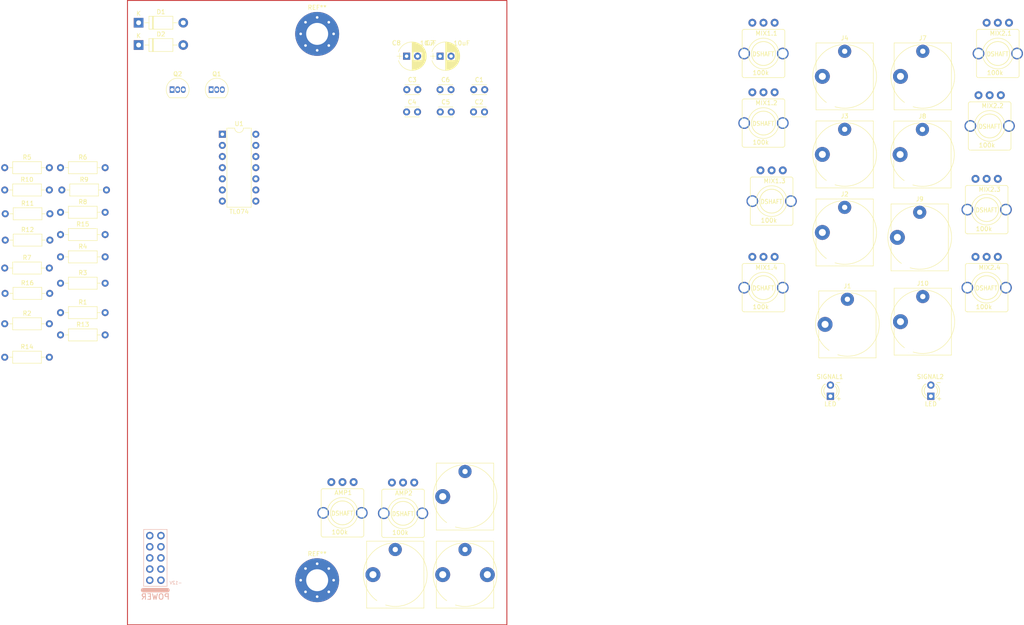
<source format=kicad_pcb>
(kicad_pcb (version 20221018) (generator pcbnew)
  (layers (0 "F.Cu" signal) (31 "B.Cu" signal) (34 "B.Paste" user) (35 "F.Paste" user) (36 "B.SilkS" user "B.Silkscreen") (37 "F.SilkS" user "F.Silkscreen") (38 "B.Mask" user) (39 "F.Mask" user) (44 "Edge.Cuts" user))
  (net 0 "")
  (net 1 "Net-(U1A--)")
  (net 2 "Net-(AMP1-Pad2)")
  (net 3 "Net-(U1B--)")
  (net 4 "Net-(D1-A)")
  (net 5 "GND")
  (net 6 "+10")
  (net 7 "-12")
  (net 8 "Net-(U1C--)")
  (net 9 "Net-(AMP2-Pad2)")
  (net 10 "Net-(U1D--)")
  (net 11 "Net-(D2-A)")
  (net 12 "Net-(D1-K)")
  (net 13 "Net-(D2-K)")
  (net 14 "Net-(Q1-E)")
  (net 15 "Net-(Q1-B)")
  (net 16 "Net-(Q1-C)")
  (net 17 "Net-(Q2-E)")
  (net 18 "Net-(Q2-B)")
  (net 19 "Net-(Q2-C)")
  (net 20 "+5V")
  (net 21 "Net-(MIX1.1-Pad2)")
  (net 22 "Net-(MIX1.2-Pad2)")
  (net 23 "Net-(MIX1.3-Pad2)")
  (net 24 "Net-(MIX1.4-Pad2)")
  (net 25 "Net-(J4-PadT)")
  (net 28 "Net-(J3-PadT)")
  (net 29 "Net-(J2-PadT)")
  (net 30 "Net-(J1-PadT)")
  (net 31 "Net-(J7-PadT)")
  (net 32 "Net-(J8-PadT)")
  (net 33 "Net-(J9-PadT)")
  (net 34 "Net-(J10-PadT)")
  (net 35 "Net-(MIX2.1-Pad2)")
  (net 36 "Net-(MIX2.2-Pad2)")
  (net 37 "Net-(MIX2.3-Pad2)")
  (net 38 "Net-(MIX2.4-Pad2)")
  (footprint "Connector_Audio:Jack_6.35mm_Neutrik_NJ2FD-V_Vertical" (layer "F.Cu") (at 211.52 36.98)
    (fp_text reference "J4" (at 0 -3) (layer "F.SilkS"))
    (fp_text value "In 1.1")
    (pad "" np_thru_hole circle (at -3.18 12.07 180) (size 1.6 1.6) (drill 1.6) (layers "*.Cu" "*.Mask"))
    (pad "" np_thru_hole circle (at 3.81 1.91 180) (size 2.1 2.1) (drill 2.1) (layers "*.Cu" "*.Mask"))
    (pad "S" thru_hole circle (at -5.08 5.72 180) (size 3.4 3.4) (drill 1.6) (layers "*.Cu" "*.Mask") (net 5 "GND"))
    (pad "T" thru_hole circle (at 0 0 180) (size 3 3) (drill 1.2) (layers "*.Cu" "*.Mask") (net 25 "Net-(J4-PadT)"))
  )
  (footprint "Resistor_THT:R_Axial_DIN0207_L6.3mm_D2.5mm_P10.16mm_Horizontal" (layer "F.Cu") (at 33.02 73.66)
    (fp_text reference "R8" (at 5.08 -2.37) (layer "F.SilkS"))
    (fp_text value "100k")
    (pad "1" thru_hole circle (at 0 0) (size 1.6 1.6) (drill 0.8) (layers "*.Cu" "*.Mask") (net 24 "Net-(MIX1.4-Pad2)"))
    (pad "2" thru_hole oval (at 10.16 0) (size 1.6 1.6) (drill 0.8) (layers "*.Cu" "*.Mask") (net 1 "Net-(U1A--)"))
  )
  (footprint "PCM_4ms_Capacitor:CP_Radial_P2.5mm" (layer "F.Cu") (at 111.8 38.1)
    (fp_text reference "C8" (at -2.33 -3) (layer "F.SilkS") (effects (font (size 1.016 1.016) (thickness 0.1524))))
    (fp_text value "10uF" (at 4.92 -2.96) (layer "F.SilkS") (effects (font (size 1.016 1.016) (thickness 0.1524))))
    (pad "1" thru_hole rect (at 0 0) (size 1.6 1.6) (drill 0.8) (layers "*.Cu" "*.Mask") (net 5 "GND"))
    (pad "2" thru_hole circle (at 2.5 0) (size 1.6 1.6) (drill 0.8) (layers "*.Cu" "*.Mask") (net 7 "-12"))
  )
  (footprint "Capacitor_THT:C_Disc_D3.0mm_W2.0mm_P2.50mm" (layer "F.Cu") (at 127.04 50.8)
    (fp_text reference "C2" (at 1.25 -2.25) (layer "F.SilkS"))
    (fp_text value "47pF")
    (pad "1" thru_hole circle (at 0 0) (size 1.6 1.6) (drill 0.8) (layers "*.Cu" "*.Mask") (net 3 "Net-(U1B--)"))
    (pad "2" thru_hole circle (at 2.5 0) (size 1.6 1.6) (drill 0.8) (layers "*.Cu" "*.Mask") (net 4 "Net-(D1-A)"))
  )
  (footprint "Connector_Audio:Jack_6.35mm_Neutrik_NJ2FD-V_Vertical" (layer "F.Cu") (at 229.3 92.86)
    (fp_text reference "J10" (at 0 -3) (layer "F.SilkS"))
    (fp_text value "In 2.4")
    (pad "" np_thru_hole circle (at -3.18 12.07 180) (size 1.6 1.6) (drill 1.6) (layers "*.Cu" "*.Mask"))
    (pad "" np_thru_hole circle (at 3.81 1.91 180) (size 2.1 2.1) (drill 2.1) (layers "*.Cu" "*.Mask"))
    (pad "S" thru_hole circle (at -5.08 5.72 180) (size 3.4 3.4) (drill 1.6) (layers "*.Cu" "*.Mask") (net 5 "GND"))
    (pad "T" thru_hole circle (at 0 0 180) (size 3 3) (drill 1.2) (layers "*.Cu" "*.Mask") (net 34 "Net-(J10-PadT)"))
  )
  (footprint "Resistor_THT:R_Axial_DIN0207_L6.3mm_D2.5mm_P10.16mm_Horizontal" (layer "F.Cu") (at 20.32 106.68)
    (fp_text reference "R14" (at 5.08 -2.37) (layer "F.SilkS"))
    (fp_text value "100k")
    (pad "1" thru_hole circle (at 0 0) (size 1.6 1.6) (drill 0.8) (layers "*.Cu" "*.Mask") (net 10 "Net-(U1D--)"))
    (pad "2" thru_hole oval (at 10.16 0) (size 1.6 1.6) (drill 0.8) (layers "*.Cu" "*.Mask") (net 11 "Net-(D2-A)"))
  )
  (footprint "Resistor_THT:R_Axial_DIN0207_L6.3mm_D2.5mm_P10.16mm_Horizontal" (layer "F.Cu") (at 33.32 68.58)
    (fp_text reference "R9" (at 5.08 -2.37) (layer "F.SilkS"))
    (fp_text value "100k")
    (pad "1" thru_hole circle (at 0 0) (size 1.6 1.6) (drill 0.8) (layers "*.Cu" "*.Mask") (net 35 "Net-(MIX2.1-Pad2)"))
    (pad "2" thru_hole oval (at 10.16 0) (size 1.6 1.6) (drill 0.8) (layers "*.Cu" "*.Mask") (net 8 "Net-(U1C--)"))
  )
  (footprint "Resistor_THT:R_Axial_DIN0207_L6.3mm_D2.5mm_P10.16mm_Horizontal" (layer "F.Cu") (at 33.02 63.5)
    (fp_text reference "R6" (at 5.08 -2.37) (layer "F.SilkS"))
    (fp_text value "100k")
    (pad "1" thru_hole circle (at 0 0) (size 1.6 1.6) (drill 0.8) (layers "*.Cu" "*.Mask") (net 22 "Net-(MIX1.2-Pad2)"))
    (pad "2" thru_hole oval locked (at 10.16 0) (size 1.6 1.6) (drill 0.8) (layers "*.Cu" "*.Mask") (net 1 "Net-(U1A--)"))
  )
  (footprint "Connector_Audio:Jack_6.35mm_Neutrik_NJ2FD-V_Vertical" (layer "F.Cu") (at 109.22 150.49)
    (fp_text reference "J5" hide)
    (fp_text value "Out 1")
    (pad "" np_thru_hole circle (at -3.18 12.07 180) (size 1.6 1.6) (drill 1.6) (layers "*.Cu" "*.Mask"))
    (pad "" np_thru_hole circle (at 3.81 1.91 180) (size 2.1 2.1) (drill 2.1) (layers "*.Cu" "*.Mask"))
    (pad "S" thru_hole circle (at -5.08 5.72 180) (size 3.4 3.4) (drill 1.6) (layers "*.Cu" "*.Mask") (net 5 "GND"))
    (pad "T" thru_hole circle (at 0 0 180) (size 3 3) (drill 1.2) (layers "*.Cu" "*.Mask") (net 4 "Net-(D1-A)"))
  )
  (footprint "Package_TO_SOT_THT:TO-92_Inline" (layer "F.Cu") (at 58.42 45.72)
    (fp_text reference "Q2" (at 1.27 -3.56) (layer "F.SilkS"))
    (fp_text value "2N3904")
    (pad "1" thru_hole rect (at 0 0) (size 1.05 1.5) (drill 0.75) (layers "*.Cu" "*.Mask") (net 17 "Net-(Q2-E)"))
    (pad "2" thru_hole oval (at 1.27 0) (size 1.05 1.5) (drill 0.75) (layers "*.Cu" "*.Mask") (net 18 "Net-(Q2-B)"))
    (pad "3" thru_hole oval (at 2.54 0) (size 1.05 1.5) (drill 0.75) (layers "*.Cu" "*.Mask") (net 19 "Net-(Q2-C)"))
  )
  (footprint "Connector_Audio:Jack_6.35mm_Neutrik_NJ3FD-V_Vertical" (layer "F.Cu") (at 125.1 150.49)
    (fp_text reference "J11" hide)
    (fp_text value "Mix Stereo Out")
    (pad "" np_thru_hole circle (at -3.18 12.07 180) (size 1.6 1.6) (drill 1.6) (layers "*.Cu" "*.Mask"))
    (pad "" np_thru_hole circle (at 3.81 1.91 180) (size 2.1 2.1) (drill 2.1) (layers "*.Cu" "*.Mask"))
    (pad "R" thru_hole circle (at 5.08 5.72 180) (size 3.4 3.4) (drill 1.6) (layers "*.Cu" "*.Mask") (net 11 "Net-(D2-A)"))
    (pad "S" thru_hole circle (at -5.08 5.72 180) (size 3.4 3.4) (drill 1.6) (layers "*.Cu" "*.Mask") (net 5 "GND"))
    (pad "T" thru_hole circle (at 0 0 180) (size 3 3) (drill 1.2) (layers "*.Cu" "*.Mask") (net 4 "Net-(D1-A)"))
  )
  (footprint "PCM_4ms_Potentiometer:Pot_9mm_DShaft" (layer "F.Cu") (at 193.040163 90.832243)
    (fp_text reference "MIX1.4" (at -1.905 -4.0132) (layer "F.SilkS") (effects (justify left bottom)))
    (fp_text value "100k" (at -2.56 4.97) (layer "F.SilkS") (effects (justify left bottom)))
    (fp_text user "DSHAFT" (at -0.04 0.12) (layer "F.SilkS") (effects (font (size 1 0.9))))
    (pad "1" thru_hole circle (at 2.539837 -7.012243 270) (size 1.8034 1.8034) (drill 0.889) (layers "*.Cu" "*.Mask") (net 30 "Net-(J1-PadT)"))
    (pad "2" thru_hole circle (at -0.000163 -7.012243 270) (size 1.8034 1.8034) (drill 0.889) (layers "*.Cu" "*.Mask") (net 24 "Net-(MIX1.4-Pad2)"))
    (pad "3" thru_hole circle (at -2.540163 -7.012243 270) (size 1.8034 1.8034) (drill 0.889) (layers "*.Cu" "*.Mask") (net 5 "GND"))
    (pad "4" thru_hole circle (at 4.394037 -0.001843) (size 2.667 2.667) (drill 2.0574) (layers "*.Cu" "*.Mask"))
    (pad "5" thru_hole circle (at -4.394363 -0.001843) (size 2.667 2.667) (drill 2.0574) (layers "*.Cu" "*.Mask"))
  )
  (footprint "PCM_4ms_Potentiometer:Pot_9mm_DShaft" (layer "F.Cu") (at 246.380163 37.492243)
    (fp_text reference "MIX2.1" (at -1.905 -4.0132) (layer "F.SilkS") (effects (justify left bottom)))
    (fp_text value "100k" (at -2.56 4.97) (layer "F.SilkS") (effects (justify left bottom)))
    (fp_text user "DSHAFT" (at -0.04 0.12) (layer "F.SilkS") (effects (font (size 1 0.9))))
    (pad "1" thru_hole circle (at 2.539837 -7.012243 270) (size 1.8034 1.8034) (drill 0.889) (layers "*.Cu" "*.Mask") (net 31 "Net-(J7-PadT)"))
    (pad "2" thru_hole circle (at -0.000163 -7.012243 270) (size 1.8034 1.8034) (drill 0.889) (layers "*.Cu" "*.Mask") (net 35 "Net-(MIX2.1-Pad2)"))
    (pad "3" thru_hole circle (at -2.540163 -7.012243 270) (size 1.8034 1.8034) (drill 0.889) (layers "*.Cu" "*.Mask") (net 5 "GND"))
    (pad "4" thru_hole circle (at 4.394037 -0.001843) (size 2.667 2.667) (drill 2.0574) (layers "*.Cu" "*.Mask"))
    (pad "5" thru_hole circle (at -4.394363 -0.001843) (size 2.667 2.667) (drill 2.0574) (layers "*.Cu" "*.Mask"))
  )
  (footprint "Resistor_THT:R_Axial_DIN0207_L6.3mm_D2.5mm_P10.16mm_Horizontal" (layer "F.Cu") (at 33.02 101.6)
    (fp_text reference "R13" (at 5.08 -2.37) (layer "F.SilkS"))
    (fp_text value "100k")
    (pad "1" thru_hole circle (at 0 0) (size 1.6 1.6) (drill 0.8) (layers "*.Cu" "*.Mask") (net 9 "Net-(AMP2-Pad2)"))
    (pad "2" thru_hole oval (at 10.16 0) (size 1.6 1.6) (drill 0.8) (layers "*.Cu" "*.Mask") (net 10 "Net-(U1D--)"))
  )
  (footprint "Resistor_THT:R_Axial_DIN0207_L6.3mm_D2.5mm_P10.16mm_Horizontal" (layer "F.Cu") (at 20.4 92.14)
    (fp_text reference "R16" (at 5.08 -2.37) (layer "F.SilkS"))
    (fp_text value "10k")
    (pad "1" thru_hole circle (at 0 0) (size 1.6 1.6) (drill 0.8) (layers "*.Cu" "*.Mask") (net 19 "Net-(Q2-C)"))
    (pad "2" thru_hole oval (at 10.16 0) (size 1.6 1.6) (drill 0.8) (layers "*.Cu" "*.Mask") (net 20 "+5V"))
  )
  (footprint "PCM_4ms_Potentiometer:Pot_9mm_DShaft" (layer "F.Cu") (at 194.894363 71.121843)
    (fp_text reference "MIX1.3" (at -1.905 -4.0132) (layer "F.SilkS") (effects (justify left bottom)))
    (fp_text value "100k" (at -2.56 4.97) (layer "F.SilkS") (effects (justify left bottom)))
    (fp_text user "DSHAFT" (at -0.04 0.12) (layer "F.SilkS") (effects (font (size 1 0.9))))
    (pad "1" thru_hole circle (at 2.539837 -7.012243 270) (size 1.8034 1.8034) (drill 0.889) (layers "*.Cu" "*.Mask") (net 29 "Net-(J2-PadT)"))
    (pad "2" thru_hole circle (at -0.000163 -7.012243 270) (size 1.8034 1.8034) (drill 0.889) (layers "*.Cu" "*.Mask") (net 23 "Net-(MIX1.3-Pad2)"))
    (pad "3" thru_hole circle (at -2.540163 -7.012243 270) (size 1.8034 1.8034) (drill 0.889) (layers "*.Cu" "*.Mask") (net 5 "GND"))
    (pad "4" thru_hole circle (at 4.394037 -0.001843) (size 2.667 2.667) (drill 2.0574) (layers "*.Cu" "*.Mask"))
    (pad "5" thru_hole circle (at -4.394363 -0.001843) (size 2.667 2.667) (drill 2.0574) (layers "*.Cu" "*.Mask"))
  )
  (footprint "Diode_THT:D_DO-41_SOD81_P10.16mm_Horizontal" (layer "F.Cu") (at 50.8 30.48)
    (fp_text reference "D1" (at 5.08 -2.47) (layer "F.SilkS"))
    (fp_text value "1N4001")
    (fp_text user "K" (at 0 -2.1) (layer "F.SilkS"))
    (pad "1" thru_hole rect (at 0 0) (size 2.2 2.2) (drill 1.1) (layers "*.Cu" "*.Mask") (net 12 "Net-(D1-K)"))
    (pad "2" thru_hole oval (at 10.16 0) (size 2.2 2.2) (drill 1.1) (layers "*.Cu" "*.Mask") (net 4 "Net-(D1-A)"))
  )
  (footprint "PCM_4ms_Potentiometer:Pot_9mm_DShaft" (layer "F.Cu") (at 110.996699 142.241843)
    (fp_text reference "AMP2" (at -1.905 -4.0132) (layer "F.SilkS") (effects (justify left bottom)))
    (fp_text value "100k" (at -2.56 4.97) (layer "F.SilkS") (effects (justify left bottom)))
    (fp_text user "DSHAFT" (at -0.04 0.12) (layer "F.SilkS") (effects (font (size 1 0.9))))
    (pad "1" thru_hole circle (at 2.539837 -7.012243 270) (size 1.8034 1.8034) (drill 0.889) (layers "*.Cu" "*.Mask") (net 8 "Net-(U1C--)"))
    (pad "2" thru_hole circle (at -0.000163 -7.012243 270) (size 1.8034 1.8034) (drill 0.889) (layers "*.Cu" "*.Mask") (net 9 "Net-(AMP2-Pad2)"))
    (pad "3" thru_hole circle (at -2.540163 -7.012243 270) (size 1.8034 1.8034) (drill 0.889) (layers "*.Cu" "*.Mask"))
    (pad "4" thru_hole circle (at 4.394037 -0.001843) (size 2.667 2.667) (drill 2.0574) (layers "*.Cu" "*.Mask"))
    (pad "5" thru_hole circle (at -4.394363 -0.001843) (size 2.667 2.667) (drill 2.0574) (layers "*.Cu" "*.Mask"))
  )
  (footprint "PCM_4ms_Package_DIP:DIP-14_W7.62mm" (layer "F.Cu") (at 69.86 55.93)
    (fp_text reference "U1" (at 3.81 -2.44) (layer "F.SilkS"))
    (fp_text value "TL074" (at 3.81 17.58) (layer "F.SilkS"))
    (fp_text user "" (at 3.81 7.57) (layer "F.SilkS"))
    (pad "1" thru_hole rect (at 0 -0.05) (size 1.6 1.6) (drill 0.8) (layers "*.Cu" "*.Mask") (net 2 "Net-(AMP1-Pad2)"))
    (pad "2" thru_hole oval (at 0 2.49) (size 1.6 1.6) (drill 0.8) (layers "*.Cu" "*.Mask") (net 1 "Net-(U1A--)"))
    (pad "3" thru_hole oval (at 0 5.03) (size 1.6 1.6) (drill 0.8) (layers "*.Cu" "*.Mask") (net 5 "GND"))
    (pad "4" thru_hole oval (at 0 7.57) (size 1.6 1.6) (drill 0.8) (layers "*.Cu" "*.Mask") (net 6 "+10"))
    (pad "5" thru_hole oval (at 0 10.11) (size 1.6 1.6) (drill 0.8) (layers "*.Cu" "*.Mask") (net 5 "GND"))
    (pad "6" thru_hole oval (at 0 12.65) (size 1.6 1.6) (drill 0.8) (layers "*.Cu" "*.Mask") (net 3 "Net-(U1B--)"))
    (pad "7" thru_hole oval (at 0 15.19) (size 1.6 1.6) (drill 0.8) (layers "*.Cu" "*.Mask") (net 4 "Net-(D1-A)"))
    (pad "8" thru_hole oval (at 7.62 15.19) (size 1.6 1.6) (drill 0.8) (layers "*.Cu" "*.Mask") (net 9 "Net-(AMP2-Pad2)"))
    (pad "9" thru_hole oval (at 7.62 12.65) (size 1.6 1.6) (drill 0.8) (layers "*.Cu" "*.Mask") (net 8 "Net-(U1C--)"))
    (pad "10" thru_hole oval (at 7.62 10.11) (size 1.6 1.6) (drill 0.8) (layers "*.Cu" "*.Mask") (net 5 "GND"))
    (pad "11" thru_hole oval (at 7.62 7.57) (size 1.6 1.6) (drill 0.8) (layers "*.Cu" "*.Mask") (net 7 "-12"))
    (pad "12" thru_hole oval (at 7.62 5.03) (size 1.6 1.6) (drill 0.8) (layers "*.Cu" "*.Mask") (net 5 "GND"))
    (pad "13" thru_hole oval (at 7.62 2.49) (size 1.6 1.6) (drill 0.8) (layers "*.Cu" "*.Mask") (net 10 "Net-(U1D--)"))
    (pad "14" thru_hole oval (at 7.62 -0.05) (size 1.6 1.6) (drill 0.8) (layers "*.Cu" "*.Mask") (net 11 "Net-(D2-A)"))
  )
  (footprint "Resistor_THT:R_Axial_DIN0207_L6.3mm_D2.5mm_P10.16mm_Horizontal" (layer "F.Cu") (at 20.32 68.58)
    (fp_text reference "R10" (at 5.08 -2.37) (layer "F.SilkS"))
    (fp_text value "100k")
    (pad "1" thru_hole circle (at 0 0) (size 1.6 1.6) (drill 0.8) (layers "*.Cu" "*.Mask") (net 36 "Net-(MIX2.2-Pad2)"))
    (pad "2" thru_hole oval (at 10.16 0) (size 1.6 1.6) (drill 0.8) (layers "*.Cu" "*.Mask") (net 8 "Net-(U1C--)"))
  )
  (footprint "MountingHole:MountingHole_5mm_Pad_Via" (layer "F.Cu") (at 91.44 33.02)
    (fp_text reference "REF**" (at 0 -6) (layer "F.SilkS"))
    (fp_text value "M5mm_Pad_Via")
    (pad "1" thru_hole circle (at -3.75 0) (size 0.9 0.9) (drill 0.6) (layers "*.Cu" "*.Mask"))
    (pad "1" thru_hole circle (at -2.65165 -2.65165) (size 0.9 0.9) (drill 0.6) (layers "*.Cu" "*.Mask"))
    (pad "1" thru_hole circle (at -2.65165 2.65165) (size 0.9 0.9) (drill 0.6) (layers "*.Cu" "*.Mask"))
    (pad "1" thru_hole circle (at 0 -3.75) (size 0.9 0.9) (drill 0.6) (layers "*.Cu" "*.Mask"))
    (pad "1" thru_hole circle (at 0 0) (size 10 10) (drill 5) (layers "*.Cu" "*.Mask"))
    (pad "1" thru_hole circle (at 0 3.75) (size 0.9 0.9) (drill 0.6) (layers "*.Cu" "*.Mask"))
    (pad "1" thru_hole circle (at 2.65165 -2.65165) (size 0.9 0.9) (drill 0.6) (layers "*.Cu" "*.Mask"))
    (pad "1" thru_hole circle (at 2.65165 2.65165) (size 0.9 0.9) (drill 0.6) (layers "*.Cu" "*.Mask"))
    (pad "1" thru_hole circle (at 3.75 0) (size 0.9 0.9) (drill 0.6) (layers "*.Cu" "*.Mask"))
  )
  (footprint "Connector_Audio:Jack_6.35mm_Neutrik_NJ2FD-V_Vertical" (layer "F.Cu") (at 229.3 36.98)
    (fp_text reference "J7" (at 0 -3) (layer "F.SilkS"))
    (fp_text value "In 2.1")
    (pad "" np_thru_hole circle (at -3.18 12.07 180) (size 1.6 1.6) (drill 1.6) (layers "*.Cu" "*.Mask"))
    (pad "" np_thru_hole circle (at 3.81 1.91 180) (size 2.1 2.1) (drill 2.1) (layers "*.Cu" "*.Mask"))
    (pad "S" thru_hole circle (at -5.08 5.72 180) (size 3.4 3.4) (drill 1.6) (layers "*.Cu" "*.Mask") (net 5 "GND"))
    (pad "T" thru_hole circle (at 0 0 180) (size 3 3) (drill 1.2) (layers "*.Cu" "*.Mask") (net 31 "Net-(J7-PadT)"))
  )
  (footprint "PCM_4ms_Potentiometer:Pot_9mm_DShaft" (layer "F.Cu") (at 243.840163 90.832243)
    (fp_text reference "MIX2.4" (at -1.905 -4.0132) (layer "F.SilkS") (effects (justify left bottom)))
    (fp_text value "100k" (at -2.56 4.97) (layer "F.SilkS") (effects (justify left bottom)))
    (fp_text user "DSHAFT" (at -0.04 0.12) (layer "F.SilkS") (effects (font (size 1 0.9))))
    (pad "1" thru_hole circle (at 2.539837 -7.012243 270) (size 1.8034 1.8034) (drill 0.889) (layers "*.Cu" "*.Mask") (net 34 "Net-(J10-PadT)"))
    (pad "2" thru_hole circle (at -0.000163 -7.012243 270) (size 1.8034 1.8034) (drill 0.889) (layers "*.Cu" "*.Mask") (net 38 "Net-(MIX2.4-Pad2)"))
    (pad "3" thru_hole circle (at -2.540163 -7.012243 270) (size 1.8034 1.8034) (drill 0.889) (layers "*.Cu" "*.Mask") (net 5 "GND"))
    (pad "4" thru_hole circle (at 4.394037 -0.001843) (size 2.667 2.667) (drill 2.0574) (layers "*.Cu" "*.Mask"))
    (pad "5" thru_hole circle (at -4.394363 -0.001843) (size 2.667 2.667) (drill 2.0574) (layers "*.Cu" "*.Mask"))
  )
  (footprint "Connector_Audio:Jack_6.35mm_Neutrik_NJ2FD-V_Vertical" (layer "F.Cu") (at 229.222312 54.785359)
    (fp_text reference "J8" (at 0 -3) (layer "F.SilkS"))
    (fp_text value "In 2.2")
    (pad "" np_thru_hole circle (at -3.18 12.07 180) (size 1.6 1.6) (drill 1.6) (layers "*.Cu" "*.Mask"))
    (pad "" np_thru_hole circle (at 3.81 1.91 180) (size 2.1 2.1) (drill 2.1) (layers "*.Cu" "*.Mask"))
    (pad "S" thru_hole circle (at -5.08 5.72 180) (size 3.4 3.4) (drill 1.6) (layers "*.Cu" "*.Mask") (net 5 "GND"))
    (pad "T" thru_hole circle (at 0 0 180) (size 3 3) (drill 1.2) (layers "*.Cu" "*.Mask") (net 32 "Net-(J8-PadT)"))
  )
  (footprint "Connector_Audio:Jack_6.35mm_Neutrik_NJ2FD-V_Vertical" (layer "F.Cu") (at 211.52 54.76)
    (fp_text reference "J3" (at 0 -3) (layer "F.SilkS"))
    (fp_text value "In 1.2")
    (pad "" np_thru_hole circle (at -3.18 12.07 180) (size 1.6 1.6) (drill 1.6) (layers "*.Cu" "*.Mask"))
    (pad "" np_thru_hole circle (at 3.81 1.91 180) (size 2.1 2.1) (drill 2.1) (layers "*.Cu" "*.Mask"))
    (pad "S" thru_hole circle (at -5.08 5.72 180) (size 3.4 3.4) (drill 1.6) (layers "*.Cu" "*.Mask") (net 5 "GND"))
    (pad "T" thru_hole circle (at 0 0 180) (size 3 3) (drill 1.2) (layers "*.Cu" "*.Mask") (net 28 "Net-(J3-PadT)"))
  )
  (footprint "Resistor_THT:R_Axial_DIN0207_L6.3mm_D2.5mm_P10.16mm_Horizontal" (layer "F.Cu") (at 20.32 99.06)
    (fp_text reference "R2" (at 5.08 -2.37) (layer "F.SilkS"))
    (fp_text value "100k")
    (pad "1" thru_hole circle (at 0 0) (size 1.6 1.6) (drill 0.8) (layers "*.Cu" "*.Mask") (net 3 "Net-(U1B--)"))
    (pad "2" thru_hole oval (at 10.16 0) (size 1.6 1.6) (drill 0.8) (layers "*.Cu" "*.Mask") (net 4 "Net-(D1-A)"))
  )
  (footprint "Resistor_THT:R_Axial_DIN0207_L6.3mm_D2.5mm_P10.16mm_Horizontal" (layer "F.Cu") (at 33.02 96.52)
    (fp_text reference "R1" (at 5.08 -2.37) (layer "F.SilkS"))
    (fp_text value "100k")
    (pad "1" thru_hole circle (at 0 0) (size 1.6 1.6) (drill 0.8) (layers "*.Cu" "*.Mask") (net 2 "Net-(AMP1-Pad2)"))
    (pad "2" thru_hole oval (at 10.16 0) (size 1.6 1.6) (drill 0.8) (layers "*.Cu" "*.Mask") (net 3 "Net-(U1B--)"))
  )
  (footprint "PCM_4ms_Capacitor:CP_Radial_P2.5mm" (layer "F.Cu") (at 119.42 38.1)
    (fp_text reference "C7" (at -2.33 -3) (layer "F.SilkS") (effects (font (size 1.016 1.016) (thickness 0.1524))))
    (fp_text value "10uF" (at 4.92 -2.96) (layer "F.SilkS") (effects (font (size 1.016 1.016) (thickness 0.1524))))
    (pad "1" thru_hole rect (at 0 0) (size 1.6 1.6) (drill 0.8) (layers "*.Cu" "*.Mask") (net 6 "+10"))
    (pad "2" thru_hole circle (at 2.5 0) (size 1.6 1.6) (drill 0.8) (layers "*.Cu" "*.Mask") (net 5 "GND"))
  )
  (footprint "Capacitor_THT:C_Disc_D3.0mm_W2.0mm_P2.50mm" (layer "F.Cu") (at 119.42 45.72)
    (fp_text reference "C6" (at 1.25 -2.25) (layer "F.SilkS"))
    (fp_text value "47pF")
    (pad "1" thru_hole circle (at 0 0) (size 1.6 1.6) (drill 0.8) (layers "*.Cu" "*.Mask") (net 10 "Net-(U1D--)"))
    (pad "2" thru_hole circle (at 2.5 0) (size 1.6 1.6) (drill 0.8) (layers "*.Cu" "*.Mask") (net 11 "Net-(D2-A)"))
  )
  (footprint "Resistor_THT:R_Axial_DIN0207_L6.3mm_D2.5mm_P10.16mm_Horizontal" (layer "F.Cu") (at 20.44 80)
    (fp_text reference "R12" (at 5.08 -2.37) (layer "F.SilkS"))
    (fp_text value "100k")
    (pad "1" thru_hole circle (at 0 0) (size 1.6 1.6) (drill 0.8) (layers "*.Cu" "*.Mask") (net 38 "Net-(MIX2.4-Pad2)"))
    (pad "2" thru_hole oval (at 10.16 0) (size 1.6 1.6) (drill 0.8) (layers "*.Cu" "*.Mask") (net 8 "Net-(U1C--)"))
  )
  (footprint "Capacitor_THT:C_Disc_D3.0mm_W2.0mm_P2.50mm" (layer "F.Cu") (at 111.8 50.8)
    (fp_text reference "C4" (at 1.25 -2.25) (layer "F.SilkS"))
    (fp_text value "100nF")
    (pad "1" thru_hole circle (at 0 0) (size 1.6 1.6) (drill 0.8) (layers "*.Cu" "*.Mask") (net 5 "GND"))
    (pad "2" thru_hole circle (at 2.5 0) (size 1.6 1.6) (drill 0.8) (layers "*.Cu" "*.Mask") (net 7 "-12"))
  )
  (footprint "Resistor_THT:R_Axial_DIN0207_L6.3mm_D2.5mm_P10.16mm_Horizontal" (layer "F.Cu") (at 33.02 83.82)
    (fp_text reference "R4" (at 5.08 -2.37) (layer "F.SilkS"))
    (fp_text value "10k")
    (pad "1" thru_hole circle (at 0 0) (size 1.6 1.6) (drill 0.8) (layers "*.Cu" "*.Mask") (net 16 "Net-(Q1-C)"))
    (pad "2" thru_hole oval (at 10.16 0) (size 1.6 1.6) (drill 0.8) (layers "*.Cu" "*.Mask") (net 20 "+5V"))
  )
  (footprint "PCM_4ms_LED:LED_3mm_C1A2_Polarity_Indicator" (layer "F.Cu") (at 231.14 114.3 -90)
    (fp_text reference "SIGNAL2" (at -3.172 0.1246 -360) (layer "F.SilkS"))
    (fp_text value "LED" (at 3.028 0.0246) (layer "F.SilkS"))
    (fp_text user "-" (at -1.925 -1.775) (layer "F.SilkS"))
    (fp_text user "+" (at 1.85 -1.825 90) (layer "F.SilkS"))
    (pad "1" thru_hole circle (at -1.27 0) (size 1.651 1.651) (drill 0.889) (layers "*.Cu" "*.Mask") (net 5 "GND"))
    (pad "2" thru_hole rect (at 1.27 0 270) (size 1.651 1.651) (drill 0.889) (layers "*.Cu" "*.Mask") (net 17 "Net-(Q2-E)"))
  )
  (footprint "PCM_4ms_LED:LED_3mm_C1A2_Polarity_Indicator" (layer "F.Cu") (at 208.279837 114.3 -90)
    (fp_text reference "SIGNAL1" (at -3.172 0.1246 -360) (layer "F.SilkS"))
    (fp_text value "LED" (at 3.028 0.0246) (layer "F.SilkS"))
    (fp_text user "+" (at 1.85 -1.825 90) (layer "F.SilkS"))
    (fp_text user "-" (at -1.925 -1.775) (layer "F.SilkS"))
    (pad "1" thru_hole circle (at -1.27 0) (size 1.651 1.651) (drill 0.889) (layers "*.Cu" "*.Mask") (net 5 "GND"))
    (pad "2" thru_hole rect (at 1.27 0 270) (size 1.651 1.651) (drill 0.889) (layers "*.Cu" "*.Mask") (net 14 "Net-(Q1-E)"))
  )
  (footprint "Resistor_THT:R_Axial_DIN0207_L6.3mm_D2.5mm_P10.16mm_Horizontal" (layer "F.Cu") (at 20.32 63.5)
    (fp_text reference "R5" (at 5.08 -2.37) (layer "F.SilkS"))
    (fp_text value "100k")
    (pad "1" thru_hole circle (at 0 0) (size 1.6 1.6) (drill 0.8) (layers "*.Cu" "*.Mask") (net 21 "Net-(MIX1.1-Pad2)"))
    (pad "2" thru_hole oval (at 10.16 0) (size 1.6 1.6) (drill 0.8) (layers "*.Cu" "*.Mask") (net 1 "Net-(U1A--)"))
  )
  (footprint "Connector_Audio:Jack_6.35mm_Neutrik_NJ2FD-V_Vertical" (layer "F.Cu") (at 212.14 93.48)
    (fp_text reference "J1" (at 0 -3) (layer "F.SilkS"))
    (fp_text value "In 1.4")
    (pad "" np_thru_hole circle (at -3.18 12.07 180) (size 1.6 1.6) (drill 1.6) (layers "*.Cu" "*.Mask"))
    (pad "" np_thru_hole circle (at 3.81 1.91 180) (size 2.1 2.1) (drill 2.1) (layers "*.Cu" "*.Mask"))
    (pad "S" thru_hole circle (at -5.08 5.72 180) (size 3.4 3.4) (drill 1.6) (layers "*.Cu" "*.Mask") (net 5 "GND"))
    (pad "T" thru_hole circle (at 0 0 180) (size 3 3) (drill 1.2) (layers "*.Cu" "*.Mask") (net 30 "Net-(J1-PadT)"))
  )
  (footprint "PCM_4ms_Potentiometer:Pot_9mm_DShaft" (layer "F.Cu") (at 193.040163 37.492243)
    (fp_text reference "MIX1.1" (at -1.905 -4.0132) (layer "F.SilkS") (effects (justify left bottom)))
    (fp_text value "100k" (at -2.56 4.97) (layer "F.SilkS") (effects (justify left bottom)))
    (fp_text user "DSHAFT" (at -0.04 0.12) (layer "F.SilkS") (effects (font (size 1 0.9))))
    (pad "1" thru_hole circle (at 2.539837 -7.012243 270) (size 1.8034 1.8034) (drill 0.889) (layers "*.Cu" "*.Mask") (net 25 "Net-(J4-PadT)"))
    (pad "2" thru_hole circle (at -0.000163 -7.012243 270) (size 1.8034 1.8034) (drill 0.889) (layers "*.Cu" "*.Mask") (net 21 "Net-(MIX1.1-Pad2)"))
    (pad "3" thru_hole circle (at -2.540163 -7.012243 270) (size 1.8034 1.8034) (drill 0.889) (layers "*.Cu" "*.Mask") (net 5 "GND"))
    (pad "4" thru_hole circle (at 4.394037 -0.001843) (size 2.667 2.667) (drill 2.0574) (layers "*.Cu" "*.Mask"))
    (pad "5" thru_hole circle (at -4.394363 -0.001843) (size 2.667 2.667) (drill 2.0574) (layers "*.Cu" "*.Mask"))
  )
  (footprint "Resistor_THT:R_Axial_DIN0207_L6.3mm_D2.5mm_P10.16mm_Horizontal" (layer "F.Cu") (at 33.02 78.74)
    (fp_text reference "R15" (at 5.08 -2.37) (layer "F.SilkS"))
    (fp_text value "10k")
    (pad "1" thru_hole circle (at 0 0) (size 1.6 1.6) (drill 0.8) (layers "*.Cu" "*.Mask") (net 13 "Net-(D2-K)"))
    (pad "2" thru_hole oval (at 10.16 0) (size 1.6 1.6) (drill 0.8) (layers "*.Cu" "*.Mask") (net 18 "Net-(Q2-B)"))
  )
  (footprint "Package_TO_SOT_THT:TO-92_Inline" (layer "F.Cu") (at 67.31 45.72)
    (fp_text reference "Q1" (at 1.27 -3.56) (layer "F.SilkS"))
    (fp_text value "2N3904")
    (pad "1" thru_hole rect (at 0 0) (size 1.05 1.5) (drill 0.75) (layers "*.Cu" "*.Mask") (net 14 "Net-(Q1-E)"))
    (pad "2" thru_hole oval (at 1.27 0) (size 1.05 1.5) (drill 0.75) (layers "*.Cu" "*.Mask") (net 15 "Net-(Q1-B)"))
    (pad "3" thru_hole oval (at 2.54 0) (size 1.05 1.5) (drill 0.75) (layers "*.Cu" "*.Mask") (net 16 "Net-(Q1-C)"))
  )
  (footprint "PCM_4ms_Potentiometer:Pot_9mm_DShaft" (layer "F.Cu") (at 97.205963 142.141137)
    (fp_text reference "AMP1" (at -1.905 -4.0132) (layer "F.SilkS") (effects (justify left bottom)))
    (fp_text value "100k" (at -2.56 4.97) (layer "F.SilkS") (effects (justify left bottom)))
    (fp_text user "DSHAFT" (at -0.04 0.12) (layer "F.SilkS") (effects (font (size 1 0.9))))
    (pad "1" thru_hole circle (at 2.539837 -7.012243 270) (size 1.8034 1.8034) (drill 0.889) (layers "*.Cu" "*.Mask") (net 1 "Net-(U1A--)"))
    (pad "2" thru_hole circle (at -0.000163 -7.012243 270) (size 1.8034 1.8034) (drill 0.889) (layers "*.Cu" "*.Mask") (net 2 "Net-(AMP1-Pad2)"))
    (pad "3" thru_hole circle (at -2.540163 -7.012243 270) (size 1.8034 1.8034) (drill 0.889) (layers "*.Cu" "*.Mask"))
    (pad "4" thru_hole circle (at 4.394037 -0.001843) (size 2.667 2.667) (drill 2.0574) (layers "*.Cu" "*.Mask"))
    (pad "5" thru_hole circle (at -4.394363 -0.001843) (size 2.667 2.667) (drill 2.0574) (layers "*.Cu" "*.Mask"))
  )
  (footprint "Connector_Audio:Jack_6.35mm_Neutrik_NJ2FD-V_Vertical" (layer "F.Cu") (at 228.6 73.66)
    (fp_text reference "J9" (at 0 -3) (layer "F.SilkS"))
    (fp_text value "In 2.3")
    (pad "" np_thru_hole circle (at -3.18 12.07 180) (size 1.6 1.6) (drill 1.6) (layers "*.Cu" "*.Mask"))
    (pad "" np_thru_hole circle (at 3.81 1.91 180) (size 2.1 2.1) (drill 2.1) (layers "*.Cu" "*.Mask"))
    (pad "S" thru_hole circle (at -5.08 5.72 180) (size 3.4 3.4) (drill 1.6) (layers "*.Cu" "*.Mask") (net 5 "GND"))
    (pad "T" thru_hole circle (at 0 0 180) (size 3 3) (drill 1.2) (layers "*.Cu" "*.Mask") (net 33 "Net-(J9-PadT)"))
  )
  (footprint "Capacitor_THT:C_Disc_D3.0mm_W2.0mm_P2.50mm" (layer "F.Cu") (at 119.46 50.8)
    (fp_text reference "C5" (at 1.25 -2.25) (layer "F.SilkS"))
    (fp_text value "47pF")
    (pad "1" thru_hole circle (at 0 0) (size 1.6 1.6) (drill 0.8) (layers "*.Cu" "*.Mask") (net 8 "Net-(U1C--)"))
    (pad "2" thru_hole circle (at 2.5 0) (size 1.6 1.6) (drill 0.8) (layers "*.Cu" "*.Mask") (net 9 "Net-(AMP2-Pad2)"))
  )
  (footprint "Connector_Audio:Jack_6.35mm_Neutrik_NJ2FD-V_Vertical" (layer "F.Cu") (at 211.52 72.54)
    (fp_text reference "J2" (at 0 -3) (layer "F.SilkS"))
    (fp_text value "In 1.3")
    (pad "" np_thru_hole circle (at -3.18 12.07 180) (size 1.6 1.6) (drill 1.6) (layers "*.Cu" "*.Mask"))
    (pad "" np_thru_hole circle (at 3.81 1.91 180) (size 2.1 2.1) (drill 2.1) (layers "*.Cu" "*.Mask"))
    (pad "S" thru_hole circle (at -5.08 5.72 180) (size 3.4 3.4) (drill 1.6) (layers "*.Cu" "*.Mask") (net 5 "GND"))
    (pad "T" thru_hole circle (at 0 0 180) (size 3 3) (drill 1.2) (layers "*.Cu" "*.Mask") (net 29 "Net-(J2-PadT)"))
  )
  (footprint "MountingHole:MountingHole_5mm_Pad_Via" (layer "F.Cu") (at 91.44 157.48)
    (fp_text reference "REF**" (at 0 -6) (layer "F.SilkS"))
    (fp_text value "M5mm_Pad_Via")
    (pad "1" thru_hole circle (at -3.75 0) (size 0.9 0.9) (drill 0.6) (layers "*.Cu" "*.Mask"))
    (pad "1" thru_hole circle (at -2.65165 -2.65165) (size 0.9 0.9) (drill 0.6) (layers "*.Cu" "*.Mask"))
    (pad "1" thru_hole circle (at -2.65165 2.65165) (size 0.9 0.9) (drill 0.6) (layers "*.Cu" "*.Mask"))
    (pad "1" thru_hole circle (at 0 -3.75) (size 0.9 0.9) (drill 0.6) (layers "*.Cu" "*.Mask"))
    (pad "1" thru_hole circle (at 0 0) (size 10 10) (drill 5) (layers "*.Cu" "*.Mask"))
    (pad "1" thru_hole circle (at 0 3.75) (size 0.9 0.9) (drill 0.6) (layers "*.Cu" "*.Mask"))
    (pad "1" thru_hole circle (at 2.65165 -2.65165) (size 0.9 0.9) (drill 0.6) (layers "*.Cu" "*.Mask"))
    (pad "1" thru_hole circle (at 2.65165 2.65165) (size 0.9 0.9) (drill 0.6) (layers "*.Cu" "*.Mask"))
    (pad "1" thru_hole circle (at 3.75 0) (size 0.9 0.9) (drill 0.6) (layers "*.Cu" "*.Mask"))
  )
  (footprint "Diode_THT:D_DO-41_SOD81_P10.16mm_Horizontal" (layer "F.Cu") (at 50.8 35.56)
    (fp_text reference "D2" (at 5.08 -2.47) (layer "F.SilkS"))
    (fp_text value "1N4001")
    (fp_text user "K" (at 0 -2.1) (layer "F.SilkS"))
    (pad "1" thru_hole rect (at 0 0) (size 2.2 2.2) (drill 1.1) (layers "*.Cu" "*.Mask") (net 13 "Net-(D2-K)"))
    (pad "2" thru_hole oval (at 10.16 0) (size 2.2 2.2) (drill 1.1) (layers "*.Cu" "*.Mask") (net 11 "Net-(D2-A)"))
  )
  (footprint "Resistor_THT:R_Axial_DIN0207_L6.3mm_D2.5mm_P10.16mm_Horizontal" (layer "F.Cu") (at 20.32 86.36)
    (fp_text reference "R7" (at 5.08 -2.37) (layer "F.SilkS"))
    (fp_text value "100k")
    (pad "1" thru_hole circle (at 0 0) (size 1.6 1.6) (drill 0.8) (layers "*.Cu" "*.Mask") (net 23 "Net-(MIX1.3-Pad2)"))
    (pad "2" thru_hole oval (at 10.16 0) (size 1.6 1.6) (drill 0.8) (layers "*.Cu" "*.Mask") (net 1 "Net-(U1A--)"))
  )
  (footprint "Connector_Audio:Jack_6.35mm_Neutrik_NJ2FD-V_Vertical" (layer "F.Cu") (at 125.1 132.71)
    (fp_text reference "J6" hide)
    (fp_text value "Out 2")
    (pad "" np_thru_hole circle (at -3.18 12.07 180) (size 1.6 1.6) (drill 1.6) (layers "*.Cu" "*.Mask"))
    (pad "" np_thru_hole circle (at 3.81 1.91 180) (size 2.1 2.1) (drill 2.1) (layers "*.Cu" "*.Mask"))
    (pad "S" thru_hole circle (at -5.08 5.72 180) (size 3.4 3.4) (drill 1.6) (layers "*.Cu" "*.Mask") (net 5 "GND"))
    (pad "T" thru_hole circle (at 0 0 180) (size 3 3) (drill 1.2) (layers "*.Cu" "*.Mask") (net 11 "Net-(D2-A)"))
  )
  (footprint "PCM_4ms_Potentiometer:Pot_9mm_DShaft" (layer "F.Cu") (at 244.525963 54)
    (fp_text reference "MIX2.2" (at -1.905 -4.0132) (layer "F.SilkS") (effects (justify left bottom)))
    (fp_text value "100k" (at -2.56 4.97) (layer "F.SilkS") (effects (justify left bottom)))
    (fp_text user "DSHAFT" (at -0.04 0.12) (layer "F.SilkS") (effects (font (size 1 0.9))))
    (pad "1" thru_hole circle (at 2.539837 -7.012243 270) (size 1.8034 1.8034) (drill 0.889) (layers "*.Cu" "*.Mask") (net 32 "Net-(J8-PadT)"))
    (pad "2" thru_hole circle (at -0.000163 -7.012243 270) (size 1.8034 1.8034) (drill 0.889) (layers "*.Cu" "*.Mask") (net 36 "Net-(MIX2.2-Pad2)"))
    (pad "3" thru_hole circle (at -2.540163 -7.012243 270) (size 1.8034 1.8034) (drill 0.889) (layers "*.Cu" "*.Mask") (net 5 "GND"))
    (pad "4" thru_hole circle (at 4.394037 -0.001843) (size 2.667 2.667) (drill 2.0574) (layers "*.Cu" "*.Mask"))
    (pad "5" thru_hole circle (at -4.394363 -0.001843) (size 2.667 2.667) (drill 2.0574) (layers "*.Cu" "*.Mask"))
  )
  (footprint "Capacitor_THT:C_Disc_D3.0mm_W2.0mm_P2.50mm" (layer "F.Cu") (at 111.84 45.72)
    (fp_text reference "C3" (at 1.25 -2.25) (layer "F.SilkS"))
    (fp_text value "100nF")
    (pad "1" thru_hole circle (at 0 0) (size 1.6 1.6) (drill 0.8) (layers "*.Cu" "*.Mask") (net 5 "GND"))
    (pad "2" thru_hole circle (at 2.5 0) (size 1.6 1.6) (drill 0.8) (layers "*.Cu" "*.Mask") (net 6 "+10"))
  )
  (footprint "PCM_4ms_Potentiometer:Pot_9mm_DShaft" (layer "F.Cu") (at 243.840163 73.052243)
    (fp_text reference "MIX2.3" (at -1.905 -4.0132) (layer "F.SilkS") (effects (justify left bottom)))
    (fp_text value "100k" (at -2.56 4.97) (layer "F.SilkS") (effects (justify left bottom)))
    (fp_text user "DSHAFT" (at -0.04 0.12) (layer "F.SilkS") (effects (font (size 1 0.9))))
    (pad "1" thru_hole circle (at 2.539837 -7.012243 270) (size 1.8034 1.8034) (drill 0.889) (layers "*.Cu" "*.Mask") (net 33 "Net-(J9-PadT)"))
    (pad "2" thru_hole circle (at -0.000163 -7.012243 270) (size 1.8034 1.8034) (drill 0.889) (layers "*.Cu" "*.Mask") (net 37 "Net-(MIX2.3-Pad2)"))
    (pad "3" thru_hole circle (at -2.540163 -7.012243 270) (size 1.8034 1.8034) (drill 0.889) (layers "*.Cu" "*.Mask") (net 5 "GND"))
    (pad "4" thru_hole circle (at 4.394037 -0.001843) (size 2.667 2.667) (drill 2.0574) (layers "*.Cu" "*.Mask"))
    (pad "5" thru_hole circle (at -4.394363 -0.001843) (size 2.667 2.667) (drill 2.0574) (layers "*.Cu" "*.Mask"))
  )
  (footprint "PCM_4ms_Potentiometer:Pot_9mm_DShaft" (layer "F.Cu") (at 193.04 53.34)
    (fp_text reference "MIX1.2" (at -1.905 -4.0132) (layer "F.SilkS") (effects (justify left bottom)))
    (fp_text value "100k" (at -2.56 4.97) (layer "F.SilkS") (effects (justify left bottom)))
    (fp_text user "DSHAFT" (at -0.04 0.12) (layer "F.SilkS") (effects (font (size 1 0.9))))
    (pad "1" thru_hole circle (at 2.539837 -7.012243 270) (size 1.8034 1.8034) (drill 0.889) (layers "*.Cu" "*.Mask") (net 28 "Net-(J3-PadT)"))
    (pad "2" thru_hole circle (at -0.000163 -7.012243 270) (size 1.8034 1.8034) (drill 0.889) (layers "*.Cu" "*.Mask") (net 22 "Net-(MIX1.2-Pad2)"))
    (pad "3" thru_hole circle (at -2.540163 -7.012243 270) (size 1.8034 1.8034) (drill 0.889) (layers "*.Cu" "*.Mask") (net 5 "GND"))
    (pad "4" thru_hole circle (at 4.394037 -0.001843) (size 2.667 2.667) (drill 2.0574) (layers "*.Cu" "*.Mask"))
    (pad "5" thru_hole circle (at -4.394363 -0.001843) (size 2.667 2.667) (drill 2.0574) (layers "*.Cu" "*.Mask"))
  )
  (footprint "Resistor_THT:R_Axial_DIN0207_L6.3mm_D2.5mm_P10.16mm_Horizontal" (layer "F.Cu") (at 20.44 74)
    (fp_text reference "R11" (at 5.08 -2.37) (layer "F.SilkS"))
    (fp_text value "100k")
    (pad "1" thru_hole circle (at 0 0) (size 1.6 1.6) (drill 0.8) (layers "*.Cu" "*.Mask") (net 37 "Net-(MIX2.3-Pad2)"))
    (pad "2" thru_hole oval (at 10.16 0) (size 1.6 1.6) (drill 0.8) (layers "*.Cu" "*.Mask") (net 8 "Net-(U1C--)"))
  )
  (footprint "Capacitor_THT:C_Disc_D3.0mm_W2.0mm_P2.50mm" (layer "F.Cu") (at 127.08 45.72)
    (fp_text reference "C1" (at 1.25 -2.25) (layer "F.SilkS"))
    (fp_text value "47pF")
    (pad "1" thru_hole circle (at 0 0) (size 1.6 1.6) (drill 0.8) (layers "*.Cu" "*.Mask") (net 1 "Net-(U1A--)"))
    (pad "2" thru_hole circle (at 2.5 0) (size 1.6 1.6) (drill 0.8) (layers "*.Cu" "*.Mask") (net 2 "Net-(AMP1-Pad2)"))
  )
  (footprint "Resistor_THT:R_Axial_DIN0207_L6.3mm_D2.5mm_P10.16mm_Horizontal" (layer "F.Cu") (at 33.02 89.82)
    (fp_text reference "R3" (at 5.08 -2.37) (layer "F.SilkS"))
    (fp_text value "10k")
    (pad "1" thru_hole circle (at 0 0) (size 1.6 1.6) (drill 0.8) (layers "*.Cu" "*.Mask") (net 12 "Net-(D1-K)"))
    (pad "2" thru_hole oval (at 10.16 0) (size 1.6 1.6) (drill 0.8) (layers "*.Cu" "*.Mask") (net 15 "Net-(Q1-B)"))
  )
  (footprint "PCM_4ms_Connector:Pins_2x05_2.54mm_TH_Europower" (layer "B.Cu") (at 54.61 152.4 180)
    (fp_text reference "H5" hide)
    (fp_text value "POWER" (at 0 -8.85) (layer "B.SilkS") (effects (font (size 1.27 1.27) (thickness 0.2032)) (justify mirror)))
    (fp_text user "-12V" (at -4.648 -5.67) (layer "B.SilkS") (effects (font (size 0.7 0.7) (thickness 0.1)) (justify mirror)))
    (pad "1" thru_hole oval (at -1.27 5.08 180) (size 1.7 1.7) (drill 1) (layers "*.Cu" "*.Mask"))
    (pad "2" thru_hole oval (at 1.27 5.08 180) (size 1.7 1.7) (drill 1) (layers "*.Cu" "*.Mask"))
    (pad "3" thru_hole oval (at -1.27 2.54 180) (size 1.7 1.7) (drill 1) (layers "*.Cu" "*.Mask"))
    (pad "4" thru_hole oval (at 1.27 2.54 180) (size 1.7 1.7) (drill 1) (layers "*.Cu" "*.Mask"))
    (pad "5" thru_hole oval (at -1.27 0 180) (size 1.7 1.7) (drill 1) (layers "*.Cu" "*.Mask"))
    (pad "6" thru_hole oval (at 1.27 0 180) (size 1.7 1.7) (drill 1) (layers "*.Cu" "*.Mask"))
    (pad "7" thru_hole oval (at -1.27 -2.54 180) (size 1.7 1.7) (drill 1) (layers "*.Cu" "*.Mask"))
    (pad "8" thru_hole oval (at 1.27 -2.54 180) (size 1.7 1.7) (drill 1) (layers "*.Cu" "*.Mask"))
    (pad "9" thru_hole oval (at -1.27 -5.08 180) (size 1.7 1.7) (drill 1) (layers "*.Cu" "*.Mask"))
    (pad "10" thru_hole oval (at 1.27 -5.08 180) (size 1.7 1.7) (drill 1) (layers "*.Cu" "*.Mask"))
  )
  (gr_rect (start 48.26 25.4) (end 134.62 167.64) (stroke (width 0.2)) (fill none) (layer "F.Cu"))
)
</source>
